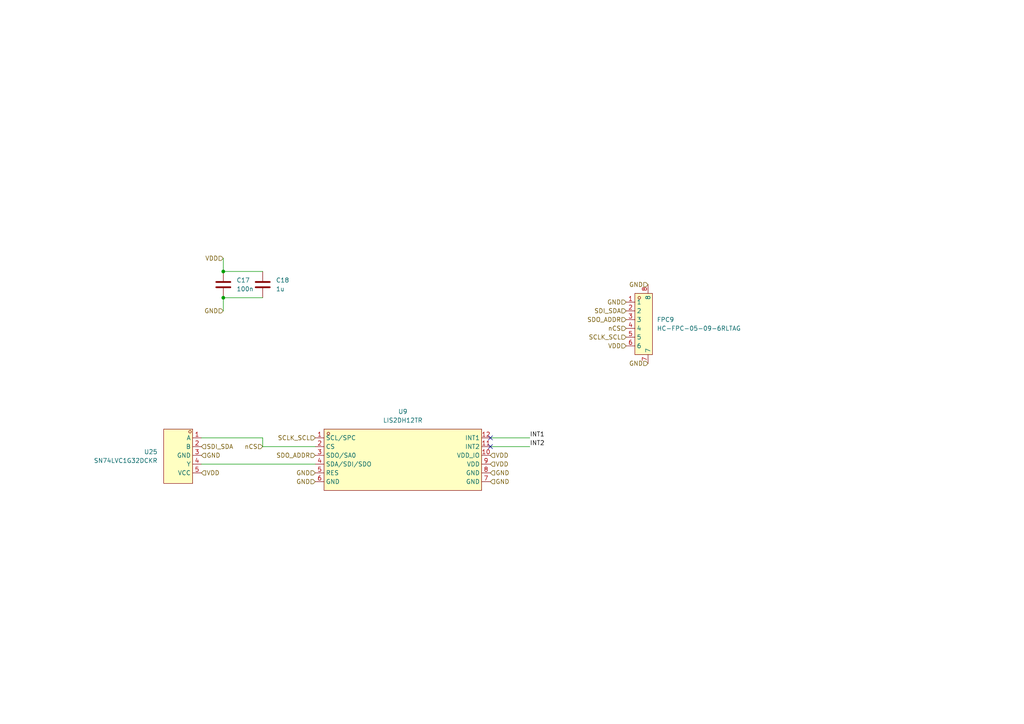
<source format=kicad_sch>
(kicad_sch (version 20231120) (generator "eeschema") (generator_version "8.0")
  (paper "A4")
  (title_block (date "2023-05-18") (company "Imperial College") (comment 1 "Author: Alexis DEVILLARD"))
  (lib_symbols
    (symbol "00_lcsc:HC-FPC-05-09-6RLTAG"
      (property "Reference" "FPC" (at 0 16.51 0))
      (property "Value" "HC-FPC-05-09-6RLTAG" (at 0 -16.51 0))
      (symbol "HC-FPC-05-09-6RLTAG_0_1"
        (rectangle (start -2.54 8.89) (end 2.54 -8.89) (fill (type background)))
        (circle (center -1.27 7.62) (radius 0.38))
        (pin unspecified line (at -5.08 6.35 0) (length 2.54) (name "1") (number "1"))
        (pin unspecified line (at -5.08 3.81 0) (length 2.54) (name "2") (number "2"))
        (pin unspecified line (at -5.08 1.27 0) (length 2.54) (name "3") (number "3"))
        (pin unspecified line (at -5.08 -1.27 0) (length 2.54) (name "4") (number "4"))
        (pin unspecified line (at -5.08 -3.81 0) (length 2.54) (name "5") (number "5"))
        (pin unspecified line (at -5.08 -6.35 0) (length 2.54) (name "6") (number "6"))
        (pin unspecified line (at 1.27 -11.43 90) (length 2.54) (name "7") (number "7"))
        (pin unspecified line (at 1.27 11.43 270) (length 2.54) (name "8") (number "8"))
      )
    )
    (symbol "00_lcsc:LIS2DH12TR"
      (property "Reference" "U" (at 0 11.43 0))
      (property "Value" "LIS2DH12TR" (at 0 -11.43 0))
      (symbol "LIS2DH12TR_0_1"
        (rectangle (start -22.86 8.89) (end 22.86 -8.89) (fill (type background)))
        (circle (center -21.59 7.62) (radius 0.38))
        (pin unspecified line (at -25.4 6.35 0) (length 2.54) (name "SCL/SPC") (number "1"))
        (pin unspecified line (at 25.4 1.27 180) (length 2.54) (name "VDD_IO") (number "10"))
        (pin unspecified line (at 25.4 3.81 180) (length 2.54) (name "INT2") (number "11"))
        (pin unspecified line (at 25.4 6.35 180) (length 2.54) (name "INT1") (number "12"))
        (pin unspecified line (at -25.4 3.81 0) (length 2.54) (name "CS") (number "2"))
        (pin unspecified line (at -25.4 1.27 0) (length 2.54) (name "SDO/SA0") (number "3"))
        (pin unspecified line (at -25.4 -1.27 0) (length 2.54) (name "SDA/SDI/SDO") (number "4"))
        (pin unspecified line (at -25.4 -3.81 0) (length 2.54) (name "RES") (number "5"))
        (pin unspecified line (at -25.4 -6.35 0) (length 2.54) (name "GND") (number "6"))
        (pin unspecified line (at 25.4 -6.35 180) (length 2.54) (name "GND") (number "7"))
        (pin unspecified line (at 25.4 -3.81 180) (length 2.54) (name "GND") (number "8"))
        (pin unspecified line (at 25.4 -1.27 180) (length 2.54) (name "VDD") (number "9"))
      )
    )
    (symbol "00_lcsc:SN74LVC1G32DCKR"
      (property "Reference" "U" (at 0 10.16 0))
      (property "Value" "SN74LVC1G32DCKR" (at 0 -10.16 0))
      (symbol "SN74LVC1G32DCKR_0_1"
        (rectangle (start -2.54 7.62) (end 5.84 -8.13) (fill (type background)))
        (circle (center -1.78 6.86) (radius 0.38))
        (pin unspecified line (at -5.08 5.08 0) (length 2.54) (name "A") (number "1"))
        (pin unspecified line (at -5.08 2.54 0) (length 2.54) (name "B") (number "2"))
        (pin unspecified line (at -5.08 0 0) (length 2.54) (name "GND") (number "3"))
        (pin unspecified line (at -5.08 -2.54 0) (length 2.54) (name "Y") (number "4"))
        (pin unspecified line (at -5.08 -5.08 0) (length 2.54) (name "VCC") (number "5"))
      )
    )
    (symbol "Device:C" (pin_numbers hide) (pin_names (offset 0.254))
      (property "Reference" "C" (at 0.635 2.54 0))
      (property "Value" "C" (at 0.635 -2.54 0))
      (symbol "C_0_1"
        (polyline (pts (xy -2.032 -0.762) (xy 2.032 -0.762)) (stroke (width 0.508)))
        (polyline (pts (xy -2.032 0.762) (xy 2.032 0.762)) (stroke (width 0.508)))
      )
      (symbol "C_1_1"
        (pin passive line (at 0 3.81 270) (length 2.794) (name "~") (number "1"))
        (pin passive line (at 0 -3.81 90) (length 2.794) (name "~") (number "2"))
      )
    )
  )
  (junction (at 64.77 86.36))
  (junction (at 64.77 78.74))
  (no_connect (at 142.24 127))
  (no_connect (at 142.24 129.54))
  (wire (pts (xy 58.42 134.62) (xy 91.44 134.62)))
  (wire (pts (xy 76.2 129.54) (xy 76.2 127)))
  (wire (pts (xy 153.67 129.54) (xy 142.24 129.54)))
  (wire (pts (xy 58.42 127) (xy 76.2 127)))
  (wire (pts (xy 76.2 129.54) (xy 91.44 129.54)))
  (wire (pts (xy 64.77 86.36) (xy 76.2 86.36)))
  (wire (pts (xy 64.77 74.93) (xy 64.77 78.74)))
  (wire (pts (xy 153.67 127) (xy 142.24 127)))
  (wire (pts (xy 64.77 86.36) (xy 64.77 90.17)))
  (wire (pts (xy 64.77 78.74) (xy 76.2 78.74)))
  (label "INT2" (at 153.67 129.54 0))
  (label "INT1" (at 153.67 127 0))
  (hierarchical_label "VDD" (shape input) (at 58.42 137.16 0))
  (hierarchical_label "VDD" (shape input) (at 142.24 134.62 0))
  (hierarchical_label "VDD" (shape input) (at 64.77 74.93 180))
  (hierarchical_label "VDD" (shape input) (at 142.24 132.08 0))
  (hierarchical_label "SDO_ADDR" (shape input) (at 181.61 92.71 180))
  (hierarchical_label "SCLK_SCL" (shape input) (at 181.61 97.79 180))
  (hierarchical_label "nCS" (shape input) (at 181.61 95.25 180))
  (hierarchical_label "SCLK_SCL" (shape input) (at 91.44 127 180))
  (hierarchical_label "SDI_SDA" (shape input) (at 181.61 90.17 180))
  (hierarchical_label "GND" (shape input) (at 187.96 105.41 180))
  (hierarchical_label "nCS" (shape input) (at 76.2 129.54 180))
  (hierarchical_label "SDI_SDA" (shape input) (at 58.42 129.54 0))
  (hierarchical_label "GND" (shape input) (at 64.77 90.17 180))
  (hierarchical_label "GND" (shape input) (at 142.24 139.7 0))
  (hierarchical_label "GND" (shape input) (at 58.42 132.08 0))
  (hierarchical_label "GND" (shape input) (at 91.44 137.16 180))
  (hierarchical_label "GND" (shape input) (at 142.24 137.16 0))
  (hierarchical_label "VDD" (shape input) (at 181.61 100.33 180))
  (hierarchical_label "GND" (shape input) (at 91.44 139.7 180))
  (hierarchical_label "GND" (shape input) (at 187.96 82.55 180))
  (hierarchical_label "GND" (shape input) (at 181.61 87.63 180))
  (hierarchical_label "SDO_ADDR" (shape input) (at 91.44 132.08 180))
  (symbol (lib_id "00_lcsc:LIS2DH12TR") (at 116.84 133.35 0) (unit 1)
    (property "Reference" "U1" (at 116.84 119.38 0))
    (property "Value" "LIS2DH12TR" (at 116.84 121.92 0))
    (property "Footprint" "00_lcsc:LGA-12_L2.0-W2.0-P0.50-BL" (effects (hide yes)))
    (property "Datasheet" "https://lcsc.com/product-detail/Motion-Sensors-Accelerometers_STMicroelectronics_LIS2DH12TR_STMicroelectronics-LIS2DH12TR_C110926.html" (effects (hide yes)))
    (property "LCSC Part" "C110926" (effects (hide yes)))
    (instances (project "" (path "" (reference "U9") (unit 1)) (path "" (reference "U11") (unit 1)) (path "" (reference "U14") (unit 1)) (path "" (reference "U4") (unit 1)) (path "" (reference "U5") (unit 1)) (path "" (reference "U10") (unit 1)) (path "" (reference "U12") (unit 1)) (path "" (reference "U2") (unit 1)) (path "" (reference "U16") (unit 1)) (path "" (reference "U13") (unit 1)) (path "" (reference "U6") (unit 1)) (path "" (reference "U1") (unit 1)) (path "" (reference "U3") (unit 1)) (path "" (reference "U15") (unit 1)) (path "" (reference "U8") (unit 1)) (path "" (reference "U7") (unit 1))))
  )
  (symbol (lib_id "00_lcsc:HC-FPC-05-09-6RLTAG") (at 186.69 93.98 0) (unit 1)
    (property "Reference" "FPC9" (at 190.5 92.7099 0) (effects (justify left)))
    (property "Value" "HC-FPC-05-09-6RLTAG" (at 190.5 95.2499 0) (effects (justify left)))
    (property "Footprint" "00_lcsc:FPC-SMD_6P-P0.50_HC-FPC-05-09-6RLTAG" (effects (hide yes)))
    (property "LCSC Part" "C5213748" (effects (hide yes)))
    (instances (project "LIS2DH_array" (path "" (reference "FPC9") (unit 1)) (path "" (reference "FPC11") (unit 1)) (path "" (reference "FPC14") (unit 1)) (path "" (reference "FPC4") (unit 1)) (path "" (reference "FPC5") (unit 1)) (path "" (reference "FPC10") (unit 1)) (path "" (reference "FPC12") (unit 1)) (path "" (reference "FPC2") (unit 1)) (path "" (reference "FPC16") (unit 1)) (path "" (reference "FPC13") (unit 1)) (path "" (reference "FPC6") (unit 1)) (path "" (reference "FPC1") (unit 1)) (path "" (reference "FPC3") (unit 1)) (path "" (reference "FPC15") (unit 1)) (path "" (reference "FPC8") (unit 1)) (path "" (reference "FPC7") (unit 1))))
  )
  (symbol (lib_id "Device:C") (at 76.2 82.55 0) (unit 1)
    (property "Reference" "C18" (at 80.01 81.2799 0) (effects (justify left)))
    (property "Value" "1u" (at 80.01 83.8199 0) (effects (justify left)))
    (property "Footprint" "Capacitor_SMD:C_0402_1005Metric_Pad0.74x0.62mm_HandSolder" (effects (hide yes)))
    (instances (project "LIS2DH_array" (path "" (reference "C18") (unit 1)) (path "" (reference "C22") (unit 1)) (path "" (reference "C28") (unit 1)) (path "" (reference "C8") (unit 1)) (path "" (reference "C10") (unit 1)) (path "" (reference "C20") (unit 1)) (path "" (reference "C24") (unit 1)) (path "" (reference "C4") (unit 1)) (path "" (reference "C32") (unit 1)) (path "" (reference "C26") (unit 1)) (path "" (reference "C12") (unit 1)) (path "" (reference "C2") (unit 1)) (path "" (reference "C6") (unit 1)) (path "" (reference "C30") (unit 1)) (path "" (reference "C16") (unit 1)) (path "" (reference "C14") (unit 1))) (project "inskinacc" (path "" (reference "C2") (unit 1))))
  )
  (symbol (lib_id "Device:C") (at 64.77 82.55 0) (unit 1)
    (property "Reference" "C21" (at 68.58 81.2799 0) (effects (justify left)))
    (property "Value" "100n" (at 68.58 83.8199 0) (effects (justify left)))
    (property "Footprint" "Capacitor_SMD:C_0402_1005Metric_Pad0.74x0.62mm_HandSolder" (effects (hide yes)))
    (instances (project "LIS2DH_array" (path "" (reference "C17") (unit 1)) (path "" (reference "C21") (unit 1)) (path "" (reference "C27") (unit 1)) (path "" (reference "C7") (unit 1)) (path "" (reference "C9") (unit 1)) (path "" (reference "C19") (unit 1)) (path "" (reference "C23") (unit 1)) (path "" (reference "C3") (unit 1)) (path "" (reference "C31") (unit 1)) (path "" (reference "C25") (unit 1)) (path "" (reference "C11") (unit 1)) (path "" (reference "C1") (unit 1)) (path "" (reference "C5") (unit 1)) (path "" (reference "C29") (unit 1)) (path "" (reference "C15") (unit 1)) (path "" (reference "C13") (unit 1))) (project "inskinacc" (path "" (reference "C1") (unit 1))))
  )
  (symbol (lib_id "00_lcsc:SN74LVC1G32DCKR") (at 53.34 132.08 0) (mirror y) (unit 1)
    (property "Reference" "U17" (at 45.72 131.0649 0) (effects (justify left)))
    (property "Value" "SN74LVC1G32DCKR" (at 45.72 133.6049 0) (effects (justify left)))
    (property "Footprint" "00_lcsc:SOT-353_L2.1-W1.3-P0.65-LS2.3-BR" (effects (hide yes)))
    (property "Datasheet" "https://lcsc.com/product-detail/74-Series_TI_SN74LVC1G32DCKR_SN74LVC1G32DCKR_C7840.html" (effects (hide yes)))
    (property "LCSC Part" "C7840" (effects (hide yes)))
    (instances (project "" (path "" (reference "U25") (unit 1)) (path "" (reference "U27") (unit 1)) (path "" (reference "U30") (unit 1)) (path "" (reference "U20") (unit 1)) (path "" (reference "U21") (unit 1)) (path "" (reference "U26") (unit 1)) (path "" (reference "U28") (unit 1)) (path "" (reference "U18") (unit 1)) (path "" (reference "U32") (unit 1)) (path "" (reference "U29") (unit 1)) (path "" (reference "U22") (unit 1)) (path "" (reference "U17") (unit 1)) (path "" (reference "U19") (unit 1)) (path "" (reference "U31") (unit 1)) (path "" (reference "U24") (unit 1)) (path "" (reference "U23") (unit 1))))
  )
)
</source>
